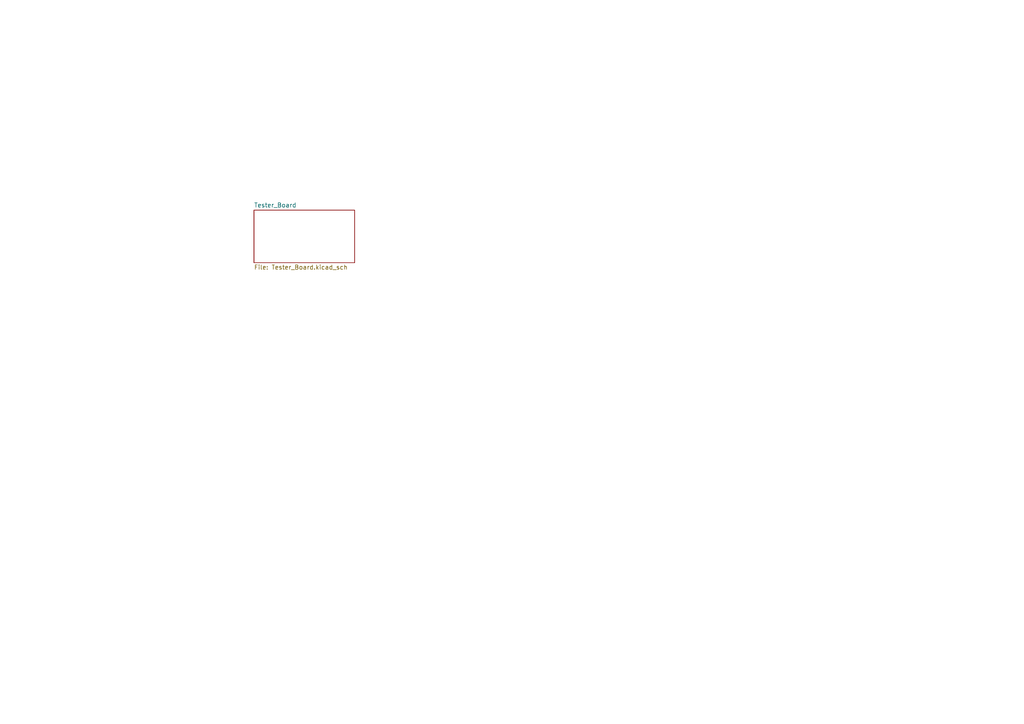
<source format=kicad_sch>
(kicad_sch
	(version 20250114)
	(generator "eeschema")
	(generator_version "9.0")
	(uuid "73752a49-eb43-43a5-aaa4-eec4feca9056")
	(paper "A4")
	(lib_symbols)
	(sheet
		(at 73.66 60.96)
		(size 29.21 15.24)
		(exclude_from_sim no)
		(in_bom yes)
		(on_board yes)
		(dnp no)
		(fields_autoplaced yes)
		(stroke
			(width 0.1524)
			(type solid)
		)
		(fill
			(color 0 0 0 0.0000)
		)
		(uuid "a68ba6e7-8db7-41fe-8172-1bc82a542448")
		(property "Sheetname" "Tester_Board"
			(at 73.66 60.2484 0)
			(effects
				(font
					(size 1.27 1.27)
				)
				(justify left bottom)
			)
		)
		(property "Sheetfile" "Tester_Board.kicad_sch"
			(at 73.66 76.7846 0)
			(effects
				(font
					(size 1.27 1.27)
				)
				(justify left top)
			)
		)
		(instances
			(project "CSI_Tester"
				(path "/73752a49-eb43-43a5-aaa4-eec4feca9056"
					(page "4")
				)
			)
		)
	)
	(sheet_instances
		(path "/"
			(page "1")
		)
	)
	(embedded_fonts no)
)

</source>
